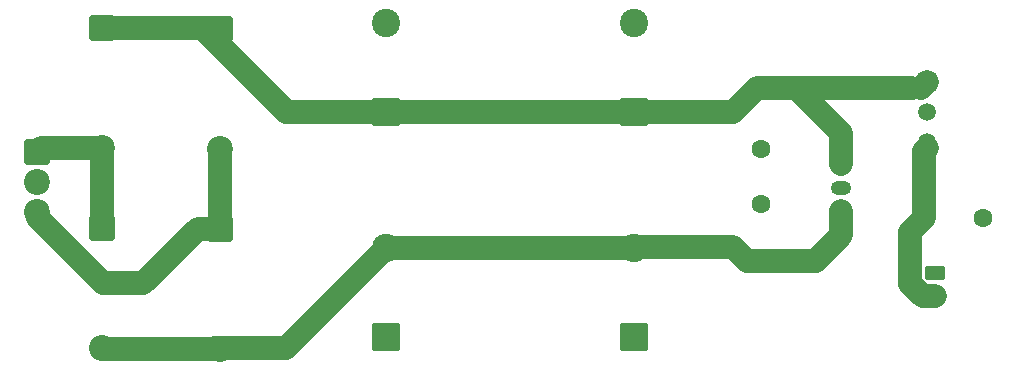
<source format=gbr>
%TF.GenerationSoftware,KiCad,Pcbnew,9.0.7*%
%TF.CreationDate,2026-01-19T21:12:19-05:00*%
%TF.ProjectId,psu,7073752e-6b69-4636-9164-5f7063625858,rev?*%
%TF.SameCoordinates,Original*%
%TF.FileFunction,Copper,L1,Top*%
%TF.FilePolarity,Positive*%
%FSLAX46Y46*%
G04 Gerber Fmt 4.6, Leading zero omitted, Abs format (unit mm)*
G04 Created by KiCad (PCBNEW 9.0.7) date 2026-01-19 21:12:19*
%MOMM*%
%LPD*%
G01*
G04 APERTURE LIST*
G04 Aperture macros list*
%AMRoundRect*
0 Rectangle with rounded corners*
0 $1 Rounding radius*
0 $2 $3 $4 $5 $6 $7 $8 $9 X,Y pos of 4 corners*
0 Add a 4 corners polygon primitive as box body*
4,1,4,$2,$3,$4,$5,$6,$7,$8,$9,$2,$3,0*
0 Add four circle primitives for the rounded corners*
1,1,$1+$1,$2,$3*
1,1,$1+$1,$4,$5*
1,1,$1+$1,$6,$7*
1,1,$1+$1,$8,$9*
0 Add four rect primitives between the rounded corners*
20,1,$1+$1,$2,$3,$4,$5,0*
20,1,$1+$1,$4,$5,$6,$7,0*
20,1,$1+$1,$6,$7,$8,$9,0*
20,1,$1+$1,$8,$9,$2,$3,0*%
G04 Aperture macros list end*
%TA.AperFunction,ComponentPad*%
%ADD10RoundRect,0.250000X-0.625000X0.350000X-0.625000X-0.350000X0.625000X-0.350000X0.625000X0.350000X0*%
%TD*%
%TA.AperFunction,ComponentPad*%
%ADD11O,1.750000X1.200000*%
%TD*%
%TA.AperFunction,ComponentPad*%
%ADD12C,1.600000*%
%TD*%
%TA.AperFunction,ComponentPad*%
%ADD13RoundRect,0.249999X-0.850001X0.850001X-0.850001X-0.850001X0.850001X-0.850001X0.850001X0.850001X0*%
%TD*%
%TA.AperFunction,ComponentPad*%
%ADD14C,2.200000*%
%TD*%
%TA.AperFunction,ComponentPad*%
%ADD15R,1.508000X1.508000*%
%TD*%
%TA.AperFunction,ComponentPad*%
%ADD16C,1.508000*%
%TD*%
%TA.AperFunction,ComponentPad*%
%ADD17RoundRect,0.250001X0.949999X-0.949999X0.949999X0.949999X-0.949999X0.949999X-0.949999X-0.949999X0*%
%TD*%
%TA.AperFunction,ComponentPad*%
%ADD18C,2.400000*%
%TD*%
%TA.AperFunction,Conductor*%
%ADD19C,2.000000*%
%TD*%
G04 APERTURE END LIST*
D10*
%TO.P,J3,1,Pin_1*%
%TO.N,GND*%
X158500000Y-84600000D03*
D11*
%TO.P,J3,2,Pin_2*%
%TO.N,+5V*%
X158500000Y-86600000D03*
%TD*%
D10*
%TO.P,J2,1,Pin_1*%
%TO.N,+15V*%
X150550000Y-75400000D03*
D11*
%TO.P,J2,2,Pin_2*%
%TO.N,GND*%
X150550000Y-77400000D03*
%TO.P,J2,3,Pin_3*%
%TO.N,-15V*%
X150550000Y-79400000D03*
%TD*%
D12*
%TO.P,C7,1*%
%TO.N,+5V*%
X157550000Y-80000000D03*
%TO.P,C7,2*%
%TO.N,GND*%
X162550000Y-80000000D03*
%TD*%
D13*
%TO.P,D3,1,K*%
%TO.N,+15V*%
X88000000Y-63920000D03*
D14*
%TO.P,D3,2,A*%
%TO.N,Net-(D1-K)*%
X88000000Y-74080000D03*
%TD*%
D15*
%TO.P,PS1,1,+VIN*%
%TO.N,+15V*%
X157800000Y-68460000D03*
D16*
%TO.P,PS1,2,GND*%
%TO.N,GND*%
X157800000Y-71000000D03*
%TO.P,PS1,3,+VOUT*%
%TO.N,+5V*%
X157800000Y-73540000D03*
%TD*%
D17*
%TO.P,C3,1*%
%TO.N,+15V*%
X112000000Y-71000000D03*
D18*
%TO.P,C3,2*%
%TO.N,GND*%
X112000000Y-63500000D03*
%TD*%
D17*
%TO.P,C4,1*%
%TO.N,+15V*%
X133000000Y-70987245D03*
D18*
%TO.P,C4,2*%
%TO.N,GND*%
X133000000Y-63487245D03*
%TD*%
D13*
%TO.P,D4,1,K*%
%TO.N,+15V*%
X98000000Y-64000000D03*
D14*
%TO.P,D4,2,A*%
%TO.N,Net-(D2-K)*%
X98000000Y-74160000D03*
%TD*%
D17*
%TO.P,C1,1*%
%TO.N,GND*%
X112000000Y-90025510D03*
D18*
%TO.P,C1,2*%
%TO.N,-15V*%
X112000000Y-82525510D03*
%TD*%
D12*
%TO.P,C5,1*%
%TO.N,+15V*%
X143800000Y-69100000D03*
%TO.P,C5,2*%
%TO.N,GND*%
X143800000Y-74100000D03*
%TD*%
D13*
%TO.P,J1,1,Pin_1*%
%TO.N,Net-(D1-K)*%
X82500000Y-74420000D03*
D14*
%TO.P,J1,2,Pin_2*%
%TO.N,GND*%
X82500000Y-76960000D03*
%TO.P,J1,3,Pin_3*%
%TO.N,Net-(D2-K)*%
X82500000Y-79500000D03*
%TD*%
D12*
%TO.P,C6,1*%
%TO.N,GND*%
X143800000Y-78800000D03*
%TO.P,C6,2*%
%TO.N,-15V*%
X143800000Y-83800000D03*
%TD*%
D17*
%TO.P,C2,1*%
%TO.N,GND*%
X133000000Y-90012755D03*
D18*
%TO.P,C2,2*%
%TO.N,-15V*%
X133000000Y-82512755D03*
%TD*%
D13*
%TO.P,D2,1,K*%
%TO.N,Net-(D2-K)*%
X98000000Y-80920000D03*
D14*
%TO.P,D2,2,A*%
%TO.N,-15V*%
X98000000Y-91080000D03*
%TD*%
D13*
%TO.P,D1,1,K*%
%TO.N,Net-(D1-K)*%
X88000000Y-80840000D03*
D14*
%TO.P,D1,2,A*%
%TO.N,-15V*%
X88000000Y-91000000D03*
%TD*%
D19*
%TO.N,-15V*%
X148400000Y-83600000D02*
X150550000Y-81450000D01*
X142600000Y-83600000D02*
X148400000Y-83600000D01*
X133112755Y-82400000D02*
X141400000Y-82400000D01*
X141400000Y-82400000D02*
X142600000Y-83600000D01*
X133000000Y-82512755D02*
X133112755Y-82400000D01*
X150550000Y-81450000D02*
X150550000Y-79400000D01*
%TO.N,+15V*%
X150550000Y-72750000D02*
X150550000Y-75400000D01*
X146760000Y-68960000D02*
X150550000Y-72750000D01*
X145400000Y-68960000D02*
X146760000Y-68960000D01*
%TO.N,+5V*%
X156424000Y-85557950D02*
X157466050Y-86600000D01*
X156424000Y-81126000D02*
X156424000Y-85557950D01*
X157550000Y-80000000D02*
X156424000Y-81126000D01*
X157466050Y-86600000D02*
X158500000Y-86600000D01*
X157550000Y-74290000D02*
X157550000Y-80000000D01*
X157800000Y-74040000D02*
X157550000Y-74290000D01*
%TO.N,+15V*%
X143460000Y-68960000D02*
X156540000Y-68960000D01*
X141432755Y-70987245D02*
X143460000Y-68960000D01*
X133000000Y-70987245D02*
X141432755Y-70987245D01*
%TO.N,-15V*%
X97500000Y-91000000D02*
X103525510Y-91000000D01*
X112000000Y-82525510D02*
X132987245Y-82525510D01*
X88000000Y-91080000D02*
X97420000Y-91080000D01*
X132987245Y-82525510D02*
X133000000Y-82512755D01*
X97420000Y-91080000D02*
X97500000Y-91000000D01*
X103525510Y-91000000D02*
X112000000Y-82525510D01*
%TO.N,+15V*%
X96500000Y-63920000D02*
X103580000Y-71000000D01*
X103580000Y-71000000D02*
X112000000Y-71000000D01*
X132987245Y-71000000D02*
X133000000Y-70987245D01*
X88000000Y-63920000D02*
X96500000Y-63920000D01*
X112000000Y-71000000D02*
X132987245Y-71000000D01*
X96500000Y-63920000D02*
X97920000Y-63920000D01*
X97920000Y-63920000D02*
X98000000Y-64000000D01*
X157300000Y-68960000D02*
X157800000Y-68460000D01*
%TO.N,Net-(D1-K)*%
X88000000Y-74080000D02*
X82840000Y-74080000D01*
X88000000Y-74080000D02*
X88000000Y-80840000D01*
X82840000Y-74080000D02*
X82500000Y-74420000D01*
%TO.N,Net-(D2-K)*%
X91500000Y-85500000D02*
X96080000Y-80920000D01*
X96080000Y-80920000D02*
X98000000Y-80920000D01*
X88040000Y-85500000D02*
X91500000Y-85500000D01*
X98000000Y-74160000D02*
X98000000Y-80920000D01*
X82540000Y-80000000D02*
X88040000Y-85500000D01*
%TD*%
M02*

</source>
